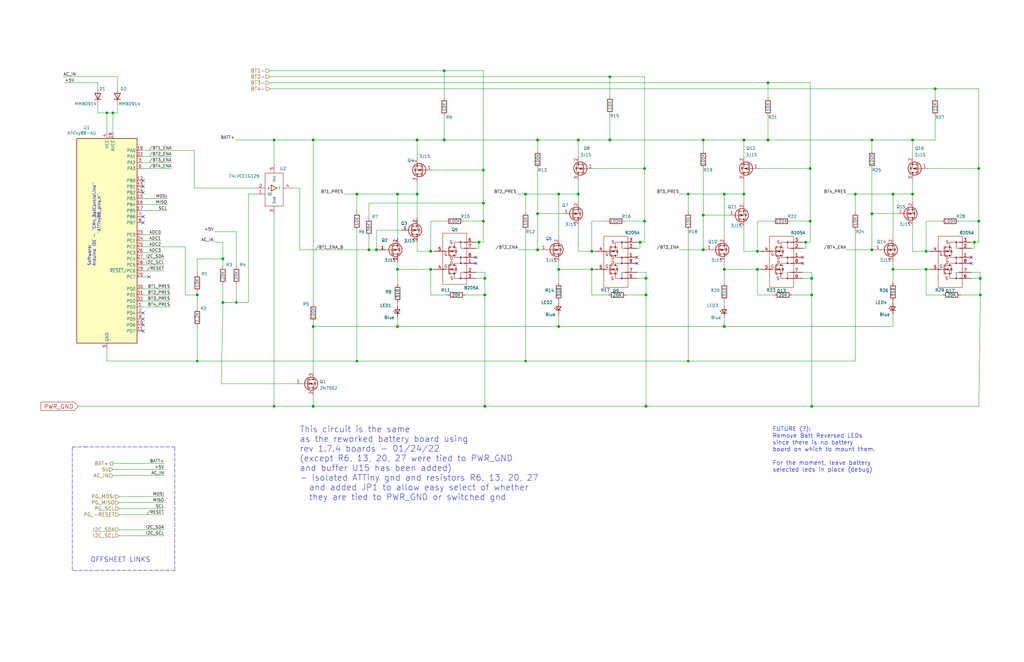
<source format=kicad_sch>
(kicad_sch (version 20211123) (generator eeschema)
  (paper "B")
  (title_block (title "ConnectBox CM4 for China Case") (date "2022-03-18") (rev "1.8.2") (comment 1 "JRA"))
  (junction (at 132.08 171.45) (diameter 1.016))
  (junction (at 93.98 127.635) (diameter 1.016))
  (junction (at 271.78 93.345) (diameter 1.016))
  (junction (at 390.525 106.045) (diameter 1.016))
  (junction (at 272.415 171.45) (diameter 1.016))
  (junction (at 187.325 59.055) (diameter 1.016))
  (junction (at 235.585 81.915) (diameter 1.016))
  (junction (at 313.69 59.055) (diameter 1.016))
  (junction (at 269.875 102.235) (diameter 1.016))
  (junction (at 296.545 105.41) (diameter 1.016))
  (junction (at 221.615 152.4))
  (junction (at 257.175 59.055) (diameter 1.016))
  (junction (at 319.405 106.045) (diameter 1.016))
  (junction (at 412.75 93.345) (diameter 1.016))
  (junction (at 342.265 117.475) (diameter 1.016))
  (junction (at 99.695 127.635))
  (junction (at 323.85 59.055) (diameter 1.016))
  (junction (at 412.75 71.12) (diameter 1.016))
  (junction (at 203.835 93.345) (diameter 1.016))
  (junction (at 93.98 109.22) (diameter 1.016))
  (junction (at 384.81 59.055) (diameter 1.016))
  (junction (at 272.415 124.46) (diameter 1.016))
  (junction (at 175.895 81.915) (diameter 1.016))
  (junction (at 181.61 113.665) (diameter 1.016))
  (junction (at 155.575 105.41) (diameter 1.016))
  (junction (at 342.265 124.46) (diameter 1.016))
  (junction (at 175.895 59.055) (diameter 1.016))
  (junction (at 226.695 90.17) (diameter 1.016))
  (junction (at 342.265 171.45) (diameter 1.016))
  (junction (at 305.435 137.795) (diameter 1.016))
  (junction (at 339.725 102.235) (diameter 1.016))
  (junction (at 45.085 47.625))
  (junction (at 158.75 105.41) (diameter 1.016))
  (junction (at 150.495 152.4))
  (junction (at 47.625 47.625))
  (junction (at 235.585 137.795) (diameter 1.016))
  (junction (at 290.195 152.4))
  (junction (at 367.665 105.41) (diameter 1.016))
  (junction (at 296.545 59.055) (diameter 1.016))
  (junction (at 305.435 81.915) (diameter 1.016))
  (junction (at 319.405 113.665) (diameter 1.016))
  (junction (at 360.68 81.915) (diameter 1.016))
  (junction (at 83.185 124.46) (diameter 1.016))
  (junction (at 204.47 171.45) (diameter 1.016))
  (junction (at 167.64 137.795) (diameter 1.016))
  (junction (at 341.63 93.345) (diameter 1.016))
  (junction (at 367.665 59.055) (diameter 1.016))
  (junction (at 243.84 59.055) (diameter 1.016))
  (junction (at 323.85 34.925) (diameter 1.016))
  (junction (at 203.835 71.755) (diameter 1.016))
  (junction (at 296.545 90.805) (diameter 1.016))
  (junction (at 305.435 113.665) (diameter 1.016))
  (junction (at 226.695 59.055) (diameter 1.016))
  (junction (at 203.835 85.725) (diameter 1.016))
  (junction (at 384.81 81.915) (diameter 1.016))
  (junction (at 167.64 113.665) (diameter 1.016))
  (junction (at 83.185 152.4))
  (junction (at 257.175 32.385) (diameter 1.016))
  (junction (at 271.78 71.12) (diameter 1.016))
  (junction (at 181.61 106.045) (diameter 1.016))
  (junction (at 376.555 81.915) (diameter 1.016))
  (junction (at 115.57 171.45))
  (junction (at 150.495 81.915) (diameter 1.016))
  (junction (at 132.08 137.795) (diameter 1.016))
  (junction (at 390.525 113.665) (diameter 1.016))
  (junction (at 249.555 113.665) (diameter 1.016))
  (junction (at 341.63 71.12) (diameter 1.016))
  (junction (at 132.08 59.055) (diameter 1.016))
  (junction (at 201.93 102.235) (diameter 1.016))
  (junction (at 413.385 124.46) (diameter 1.016))
  (junction (at 187.325 29.845) (diameter 1.016))
  (junction (at 376.555 113.665) (diameter 1.016))
  (junction (at 243.84 81.915) (diameter 1.016))
  (junction (at 235.585 113.665) (diameter 1.016))
  (junction (at 272.415 117.475) (diameter 1.016))
  (junction (at 115.57 59.055))
  (junction (at 367.665 90.17) (diameter 1.016))
  (junction (at 290.195 81.915) (diameter 1.016))
  (junction (at 167.64 81.915) (diameter 1.016))
  (junction (at 226.695 105.41) (diameter 1.016))
  (junction (at 394.335 37.465) (diameter 1.016))
  (junction (at 410.845 102.235) (diameter 1.016))
  (junction (at 204.47 117.475) (diameter 1.016))
  (junction (at 313.69 81.915) (diameter 1.016))
  (junction (at 413.385 117.475) (diameter 1.016))
  (junction (at 221.615 81.915) (diameter 1.016))
  (junction (at 249.555 106.045) (diameter 1.016))
  (junction (at 204.47 124.46) (diameter 1.016))
  (no_connect (at 200.66 111.125))
  (no_connect (at 60.325 139.7))
  (no_connect (at 200.66 108.585))
  (no_connect (at 409.575 111.125))
  (no_connect (at 268.605 111.125))
  (no_connect (at 60.325 137.16))
  (no_connect (at 409.575 108.585))
  (no_connect (at 338.455 108.585))
  (no_connect (at 60.325 78.74))
  (no_connect (at 60.325 91.44))
  (no_connect (at 60.325 76.2))
  (no_connect (at 268.605 108.585))
  (no_connect (at 338.455 111.125))
  (no_connect (at 62.865 116.84))
  (no_connect (at 60.325 81.28))
  (no_connect (at 60.325 134.62))
  (no_connect (at 60.325 93.98))
  (no_connect (at 60.325 132.08))
  (wire (pts (xy 99.695 127.635) (xy 104.775 127.635)))
  (wire (pts (xy 60.325 99.06) (xy 67.945 99.06)))
  (wire (pts (xy 175.895 76.835) (xy 175.895 81.915)))
  (polyline (pts (xy 73.66 240.665) (xy 30.48 240.665)) (stroke (width 0) (type dash)))
  (wire (pts (xy 132.08 137.795) (xy 132.08 156.845)))
  (wire (pts (xy 60.325 101.6) (xy 67.945 101.6)))
  (wire (pts (xy 360.68 97.155) (xy 360.68 152.4)))
  (wire (pts (xy 413.385 114.935) (xy 413.385 117.475)))
  (wire (pts (xy 60.325 127) (xy 71.755 127)))
  (wire (pts (xy 155.575 105.41) (xy 158.75 105.41)))
  (wire (pts (xy 376.555 110.49) (xy 376.555 113.665)))
  (wire (pts (xy 305.435 113.665) (xy 305.435 119.38)))
  (wire (pts (xy 167.64 81.915) (xy 175.895 81.915)))
  (wire (pts (xy 93.345 161.925) (xy 93.98 127.635)))
  (wire (pts (xy 123.19 79.375) (xy 126.365 79.375)))
  (wire (pts (xy 155.575 85.725) (xy 203.835 85.725)))
  (wire (pts (xy 155.575 92.075) (xy 155.575 85.725)))
  (wire (pts (xy 83.185 109.22) (xy 93.98 109.22)))
  (wire (pts (xy 268.605 114.935) (xy 272.415 114.935)))
  (wire (pts (xy 167.64 110.49) (xy 167.64 113.665)))
  (wire (pts (xy 62.865 116.84) (xy 60.325 116.84)))
  (wire (pts (xy 83.185 137.795) (xy 83.185 152.4)))
  (wire (pts (xy 333.375 93.345) (xy 341.63 93.345)))
  (wire (pts (xy 175.895 106.045) (xy 181.61 106.045)))
  (wire (pts (xy 341.63 93.345) (xy 341.63 102.235)))
  (wire (pts (xy 338.455 102.235) (xy 339.725 102.235)))
  (wire (pts (xy 338.455 104.775) (xy 339.725 104.775)))
  (wire (pts (xy 338.455 117.475) (xy 342.265 117.475)))
  (wire (pts (xy 132.08 167.005) (xy 132.08 171.45)))
  (wire (pts (xy 235.585 81.915) (xy 235.585 100.33)))
  (wire (pts (xy 391.16 71.12) (xy 412.75 71.12)))
  (wire (pts (xy 413.385 117.475) (xy 413.385 124.46)))
  (wire (pts (xy 60.325 114.3) (xy 69.215 114.3)))
  (wire (pts (xy 296.545 59.055) (xy 296.545 63.5)))
  (wire (pts (xy 150.495 81.915) (xy 150.495 89.535)))
  (wire (pts (xy 167.64 137.795) (xy 235.585 137.795)))
  (wire (pts (xy 45.085 152.4) (xy 83.185 152.4)))
  (wire (pts (xy 356.87 105.41) (xy 367.665 105.41)))
  (wire (pts (xy 60.325 86.36) (xy 70.485 86.36)))
  (wire (pts (xy 113.665 34.925) (xy 323.85 34.925)))
  (wire (pts (xy 323.85 34.925) (xy 341.63 34.925)))
  (wire (pts (xy 341.63 34.925) (xy 341.63 71.12)))
  (wire (pts (xy 249.555 106.045) (xy 250.825 106.045)))
  (wire (pts (xy 235.585 127) (xy 235.585 127.635)))
  (wire (pts (xy 50.165 212.09) (xy 69.215 212.09)))
  (wire (pts (xy 27.305 34.925) (xy 41.275 34.925)))
  (wire (pts (xy 226.695 71.12) (xy 226.695 90.17)))
  (wire (pts (xy 60.325 106.68) (xy 67.945 106.68)))
  (wire (pts (xy 360.68 81.915) (xy 376.555 81.915)))
  (wire (pts (xy 305.435 81.915) (xy 313.69 81.915)))
  (wire (pts (xy 50.165 223.52) (xy 69.215 223.52)))
  (wire (pts (xy 243.84 106.045) (xy 249.555 106.045)))
  (wire (pts (xy 413.385 124.46) (xy 412.75 171.45)))
  (wire (pts (xy 83.185 109.22) (xy 83.185 115.57)))
  (wire (pts (xy 226.695 90.17) (xy 226.695 105.41)))
  (wire (pts (xy 305.435 81.915) (xy 305.435 100.33)))
  (wire (pts (xy 132.08 59.055) (xy 132.08 128.27)))
  (wire (pts (xy 412.75 37.465) (xy 412.75 71.12)))
  (wire (pts (xy 412.75 71.12) (xy 412.75 93.345)))
  (wire (pts (xy 60.325 63.5) (xy 81.915 63.5)))
  (wire (pts (xy 226.695 105.41) (xy 227.965 105.41)))
  (wire (pts (xy 367.665 59.055) (xy 384.81 59.055)))
  (wire (pts (xy 45.085 47.625) (xy 47.625 47.625)))
  (wire (pts (xy 367.665 71.12) (xy 367.665 90.17)))
  (wire (pts (xy 367.665 90.17) (xy 367.665 105.41)))
  (wire (pts (xy 200.66 114.935) (xy 204.47 114.935)))
  (wire (pts (xy 90.17 97.79) (xy 99.695 97.79)))
  (wire (pts (xy 319.405 93.345) (xy 319.405 106.045)))
  (wire (pts (xy 45.085 147.32) (xy 45.085 152.4)))
  (wire (pts (xy 272.415 124.46) (xy 272.415 171.45)))
  (wire (pts (xy 226.695 90.17) (xy 237.49 90.17)))
  (wire (pts (xy 409.575 117.475) (xy 413.385 117.475)))
  (wire (pts (xy 47.625 47.625) (xy 47.625 55.88)))
  (wire (pts (xy 268.605 102.235) (xy 269.875 102.235)))
  (wire (pts (xy 60.325 111.76) (xy 69.215 111.76)))
  (wire (pts (xy 256.54 124.46) (xy 249.555 124.46)))
  (wire (pts (xy 319.405 113.665) (xy 320.675 113.665)))
  (wire (pts (xy 296.545 105.41) (xy 297.815 105.41)))
  (wire (pts (xy 187.325 48.895) (xy 187.325 59.055)))
  (wire (pts (xy 175.895 81.915) (xy 175.895 92.075)))
  (wire (pts (xy 50.165 209.55) (xy 69.215 209.55)))
  (wire (pts (xy 272.415 117.475) (xy 272.415 124.46)))
  (wire (pts (xy 60.325 104.14) (xy 78.105 104.14)))
  (wire (pts (xy 341.63 71.12) (xy 341.63 93.345)))
  (wire (pts (xy 60.325 129.54) (xy 71.755 129.54)))
  (wire (pts (xy 181.61 124.46) (xy 181.61 113.665)))
  (wire (pts (xy 338.455 114.935) (xy 342.265 114.935)))
  (wire (pts (xy 409.575 102.235) (xy 410.845 102.235)))
  (wire (pts (xy 235.585 110.49) (xy 235.585 113.665)))
  (wire (pts (xy 195.58 93.345) (xy 203.835 93.345)))
  (wire (pts (xy 360.68 81.915) (xy 360.68 89.535)))
  (wire (pts (xy 226.695 59.055) (xy 243.84 59.055)))
  (wire (pts (xy 243.84 59.055) (xy 243.84 66.04)))
  (wire (pts (xy 60.325 66.04) (xy 72.39 66.04)))
  (wire (pts (xy 226.695 59.055) (xy 226.695 63.5)))
  (wire (pts (xy 376.555 113.665) (xy 390.525 113.665)))
  (wire (pts (xy 313.69 76.2) (xy 313.69 81.915)))
  (wire (pts (xy 313.69 81.915) (xy 313.69 85.725)))
  (wire (pts (xy 49.53 36.83) (xy 49.53 32.385)))
  (wire (pts (xy 384.81 76.2) (xy 384.81 81.915)))
  (wire (pts (xy 26.67 32.385) (xy 49.53 32.385)))
  (wire (pts (xy 47.625 200.66) (xy 69.215 200.66)))
  (wire (pts (xy 384.81 59.055) (xy 384.81 66.04)))
  (wire (pts (xy 290.195 81.915) (xy 305.435 81.915)))
  (wire (pts (xy 235.585 137.795) (xy 305.435 137.795)))
  (wire (pts (xy 60.325 88.9) (xy 70.485 88.9)))
  (wire (pts (xy 250.19 71.12) (xy 271.78 71.12)))
  (wire (pts (xy 113.665 37.465) (xy 394.335 37.465)))
  (wire (pts (xy 394.335 37.465) (xy 412.75 37.465)))
  (wire (pts (xy 412.75 102.235) (xy 410.845 102.235)))
  (wire (pts (xy 104.775 81.915) (xy 104.775 127.635)))
  (wire (pts (xy 243.84 59.055) (xy 257.175 59.055)))
  (wire (pts (xy 257.175 59.055) (xy 296.545 59.055)))
  (wire (pts (xy 249.555 124.46) (xy 249.555 113.665)))
  (wire (pts (xy 113.665 32.385) (xy 257.175 32.385)))
  (wire (pts (xy 257.175 32.385) (xy 271.78 32.385)))
  (wire (pts (xy 271.78 71.12) (xy 271.78 32.385)))
  (wire (pts (xy 390.525 93.345) (xy 390.525 106.045)))
  (wire (pts (xy 83.185 152.4) (xy 150.495 152.4)))
  (wire (pts (xy 155.575 99.695) (xy 155.575 105.41)))
  (wire (pts (xy 313.69 59.055) (xy 323.85 59.055)))
  (wire (pts (xy 323.85 59.055) (xy 367.665 59.055)))
  (wire (pts (xy 33.02 171.45) (xy 115.57 171.45)))
  (wire (pts (xy 47.625 198.12) (xy 69.215 198.12)))
  (wire (pts (xy 394.335 48.895) (xy 394.335 59.055)))
  (wire (pts (xy 150.495 81.915) (xy 167.64 81.915)))
  (wire (pts (xy 394.335 59.055) (xy 384.81 59.055)))
  (wire (pts (xy 305.435 127) (xy 305.435 128.905)))
  (wire (pts (xy 78.105 104.14) (xy 78.105 124.46)))
  (wire (pts (xy 167.64 113.665) (xy 181.61 113.665)))
  (wire (pts (xy 290.195 81.915) (xy 290.195 89.535)))
  (wire (pts (xy 255.905 93.345) (xy 249.555 93.345)))
  (wire (pts (xy 187.325 29.845) (xy 187.325 41.275)))
  (wire (pts (xy 313.69 95.885) (xy 313.69 106.045)))
  (wire (pts (xy 167.64 127.635) (xy 167.64 128.905)))
  (wire (pts (xy 356.87 81.915) (xy 360.68 81.915)))
  (wire (pts (xy 412.75 93.345) (xy 412.75 102.235)))
  (wire (pts (xy 60.325 124.46) (xy 71.755 124.46)))
  (wire (pts (xy 200.66 117.475) (xy 204.47 117.475)))
  (wire (pts (xy 175.895 102.235) (xy 175.895 106.045)))
  (wire (pts (xy 269.875 102.235) (xy 269.875 104.775)))
  (wire (pts (xy 60.325 109.22) (xy 69.215 109.22)))
  (wire (pts (xy 263.525 93.345) (xy 271.78 93.345)))
  (wire (pts (xy 376.555 81.915) (xy 384.81 81.915)))
  (wire (pts (xy 326.39 124.46) (xy 319.405 124.46)))
  (wire (pts (xy 319.405 124.46) (xy 319.405 113.665)))
  (wire (pts (xy 188.595 124.46) (xy 181.61 124.46)))
  (wire (pts (xy 144.78 81.915) (xy 150.495 81.915)))
  (wire (pts (xy 93.98 127.635) (xy 99.695 127.635)))
  (wire (pts (xy 390.525 106.045) (xy 391.795 106.045)))
  (wire (pts (xy 394.335 37.465) (xy 394.335 41.275)))
  (wire (pts (xy 99.06 59.055) (xy 115.57 59.055)))
  (wire (pts (xy 132.08 59.055) (xy 175.895 59.055)))
  (wire (pts (xy 409.575 114.935) (xy 413.385 114.935)))
  (wire (pts (xy 158.75 97.155) (xy 158.75 105.41)))
  (wire (pts (xy 271.78 93.345) (xy 271.78 102.235)))
  (polyline (pts (xy 30.48 188.595) (xy 36.195 188.595)) (stroke (width 0) (type dash)))
  (wire (pts (xy 271.78 102.235) (xy 269.875 102.235)))
  (wire (pts (xy 243.84 81.915) (xy 235.585 81.915)))
  (wire (pts (xy 243.84 85.09) (xy 243.84 81.915)))
  (wire (pts (xy 286.385 81.915) (xy 290.195 81.915)))
  (wire (pts (xy 115.57 59.055) (xy 115.57 69.215)))
  (wire (pts (xy 132.08 171.45) (xy 115.57 171.45)))
  (wire (pts (xy 264.16 124.46) (xy 272.415 124.46)))
  (wire (pts (xy 115.57 90.805) (xy 115.57 171.45)))
  (wire (pts (xy 249.555 93.345) (xy 249.555 106.045)))
  (wire (pts (xy 290.195 152.4) (xy 221.615 152.4)))
  (wire (pts (xy 221.615 81.915) (xy 235.585 81.915)))
  (wire (pts (xy 203.835 93.345) (xy 203.835 102.235)))
  (wire (pts (xy 342.265 171.45) (xy 412.75 171.45)))
  (polyline (pts (xy 35.56 188.595) (xy 73.66 188.595)) (stroke (width 0) (type dash)))
  (wire (pts (xy 405.13 124.46) (xy 413.385 124.46)))
  (wire (pts (xy 204.47 171.45) (xy 272.415 171.45)))
  (wire (pts (xy 376.555 81.915) (xy 376.555 100.33)))
  (wire (pts (xy 107.95 81.915) (xy 104.775 81.915)))
  (wire (pts (xy 126.365 105.41) (xy 155.575 105.41)))
  (wire (pts (xy 90.17 102.235) (xy 93.98 102.235)))
  (wire (pts (xy 93.98 102.235) (xy 93.98 109.22)))
  (wire (pts (xy 93.98 109.22) (xy 93.98 112.395)))
  (wire (pts (xy 271.78 71.12) (xy 271.78 93.345)))
  (wire (pts (xy 132.08 171.45) (xy 204.47 171.45)))
  (wire (pts (xy 175.895 59.055) (xy 175.895 66.675)))
  (wire (pts (xy 272.415 171.45) (xy 342.265 171.45)))
  (wire (pts (xy 181.61 93.345) (xy 181.61 106.045)))
  (wire (pts (xy 290.195 97.155) (xy 290.195 152.4)))
  (wire (pts (xy 50.165 217.17) (xy 69.215 217.17)))
  (wire (pts (xy 83.185 124.46) (xy 83.185 130.175)))
  (wire (pts (xy 203.835 71.755) (xy 203.835 85.725)))
  (wire (pts (xy 203.835 85.725) (xy 203.835 93.345)))
  (wire (pts (xy 286.385 105.41) (xy 296.545 105.41)))
  (wire (pts (xy 376.555 127) (xy 376.555 127.635)))
  (wire (pts (xy 50.165 214.63) (xy 69.215 214.63)))
  (wire (pts (xy 47.625 195.58) (xy 69.215 195.58)))
  (wire (pts (xy 132.08 137.795) (xy 167.64 137.795)))
  (wire (pts (xy 167.64 133.985) (xy 167.64 137.795)))
  (wire (pts (xy 313.69 59.055) (xy 313.69 66.04)))
  (wire (pts (xy 60.325 68.58) (xy 72.39 68.58)))
  (wire (pts (xy 257.175 32.385) (xy 257.175 40.64)))
  (wire (pts (xy 204.47 114.935) (xy 204.47 117.475)))
  (wire (pts (xy 60.325 83.82) (xy 70.485 83.82)))
  (wire (pts (xy 167.64 113.665) (xy 167.64 120.015)))
  (wire (pts (xy 158.75 105.41) (xy 160.02 105.41)))
  (wire (pts (xy 221.615 152.4) (xy 150.495 152.4)))
  (wire (pts (xy 339.725 102.235) (xy 339.725 104.775)))
  (wire (pts (xy 323.85 34.925) (xy 323.85 41.275)))
  (wire (pts (xy 376.555 132.715) (xy 376.555 137.795)))
  (wire (pts (xy 221.615 81.915) (xy 221.615 89.535)))
  (wire (pts (xy 360.68 152.4) (xy 290.195 152.4)))
  (wire (pts (xy 50.165 226.06) (xy 69.215 226.06)))
  (wire (pts (xy 60.325 121.92) (xy 71.755 121.92)))
  (wire (pts (xy 47.625 47.625) (xy 49.53 47.625)))
  (wire (pts (xy 384.81 95.25) (xy 384.81 106.045)))
  (wire (pts (xy 342.265 124.46) (xy 342.265 171.45)))
  (wire (pts (xy 181.61 106.045) (xy 182.88 106.045)))
  (wire (pts (xy 384.81 81.915) (xy 384.81 85.09)))
  (wire (pts (xy 404.495 93.345) (xy 412.75 93.345)))
  (wire (pts (xy 45.085 47.625) (xy 45.085 55.88)))
  (wire (pts (xy 396.875 93.345) (xy 390.525 93.345)))
  (wire (pts (xy 268.605 104.775) (xy 269.875 104.775)))
  (wire (pts (xy 99.695 97.79) (xy 99.695 112.395)))
  (wire (pts (xy 115.57 59.055) (xy 132.08 59.055)))
  (wire (pts (xy 409.575 104.775) (xy 410.845 104.775)))
  (wire (pts (xy 150.495 152.4) (xy 150.495 97.155)))
  (wire (pts (xy 60.325 71.12) (xy 72.39 71.12)))
  (wire (pts (xy 268.605 117.475) (xy 272.415 117.475)))
  (wire (pts (xy 93.98 120.015) (xy 93.98 127.635)))
  (wire (pts (xy 99.695 127.635) (xy 99.695 120.015)))
  (wire (pts (xy 175.895 59.055) (xy 187.325 59.055)))
  (wire (pts (xy 187.325 59.055) (xy 226.695 59.055)))
  (wire (pts (xy 296.545 90.805) (xy 307.34 90.805)))
  (wire (pts (xy 342.265 117.475) (xy 342.265 124.46)))
  (wire (pts (xy 342.265 114.935) (xy 342.265 117.475)))
  (wire (pts (xy 49.53 44.45) (xy 49.53 47.625)))
  (wire (pts (xy 113.665 29.845) (xy 187.325 29.845)))
  (wire (pts (xy 187.325 29.845) (xy 203.835 29.845)))
  (wire (pts (xy 203.835 29.845) (xy 203.835 71.755)))
  (wire (pts (xy 204.47 124.46) (xy 204.47 171.45)))
  (wire (pts (xy 41.275 36.83) (xy 41.275 34.925)))
  (wire (pts (xy 187.96 93.345) (xy 181.61 93.345)))
  (wire (pts (xy 181.61 113.665) (xy 182.88 113.665)))
  (wire (pts (xy 217.805 81.915) (xy 221.615 81.915)))
  (wire (pts (xy 126.365 79.375) (xy 126.365 105.41)))
  (wire (pts (xy 305.435 110.49) (xy 305.435 113.665)))
  (wire (pts (xy 319.405 106.045) (xy 320.675 106.045)))
  (wire (pts (xy 341.63 102.235) (xy 339.725 102.235)))
  (wire (pts (xy 243.84 95.25) (xy 243.84 106.045)))
  (wire (pts (xy 397.51 124.46) (xy 390.525 124.46)))
  (wire (pts (xy 390.525 124.46) (xy 390.525 113.665)))
  (wire (pts (xy 367.665 105.41) (xy 368.935 105.41)))
  (wire (pts (xy 235.585 113.665) (xy 249.555 113.665)))
  (wire (pts (xy 218.44 105.41) (xy 226.695 105.41)))
  (wire (pts (xy 81.915 79.375) (xy 107.95 79.375)))
  (wire (pts (xy 410.845 102.235) (xy 410.845 104.775)))
  (wire (pts (xy 320.04 71.12) (xy 341.63 71.12)))
  (wire (pts (xy 249.555 113.665) (xy 250.825 113.665)))
  (wire (pts (xy 235.585 113.665) (xy 235.585 119.38)))
  (wire (pts (xy 296.545 59.055) (xy 313.69 59.055)))
  (wire (pts (xy 305.435 133.985) (xy 305.435 137.795)))
  (wire (pts (xy 41.275 47.625) (xy 45.085 47.625)))
  (wire (pts (xy 313.69 106.045) (xy 319.405 106.045)))
  (wire (pts (xy 93.345 161.925) (xy 124.46 161.925)))
  (wire (pts (xy 200.66 102.235) (xy 201.93 102.235)))
  (wire (pts (xy 376.555 113.665) (xy 376.555 119.38)))
  (wire (pts (xy 182.245 71.755) (xy 203.835 71.755)))
  (wire (pts (xy 196.215 124.46) (xy 204.47 124.46)))
  (wire (pts (xy 325.755 93.345) (xy 319.405 93.345)))
  (wire (pts (xy 305.435 137.795) (xy 376.555 137.795)))
  (wire (pts (xy 367.665 59.055) (xy 367.665 63.5)))
  (wire (pts (xy 257.175 48.26) (xy 257.175 59.055)))
  (wire (pts (xy 167.64 81.915) (xy 167.64 100.33)))
  (wire (pts (xy 201.93 102.235) (xy 201.93 104.775)))
  (wire (pts (xy 204.47 117.475) (xy 204.47 124.46)))
  (wire (pts (xy 41.275 44.45) (xy 41.275 47.625)))
  (wire (pts (xy 323.85 48.895) (xy 323.85 59.055)))
  (wire (pts (xy 81.915 63.5) (xy 81.915 79.375)))
  (wire (pts (xy 200.66 104.775) (xy 201.93 104.775)))
  (wire (pts (xy 296.545 71.12) (xy 296.545 90.805)))
  (wire (pts (xy 296.545 90.805) (xy 296.545 105.41)))
  (wire (pts (xy 83.185 124.46) (xy 78.105 124.46)))
  (wire (pts (xy 272.415 114.935) (xy 272.415 117.475)))
  (polyline (pts (xy 73.66 188.595) (xy 73.66 240.665)) (stroke (width 0) (type dash)))
  (wire (pts (xy 203.835 102.235) (xy 201.93 102.235)))
  (wire (pts (xy 158.75 97.155) (xy 169.545 97.155)))
  (wire (pts (xy 221.615 97.155) (xy 221.615 152.4)))
  (polyline (pts (xy 30.48 240.665) (xy 30.48 188.595)) (stroke (width 0) (type dash)))
  (wire (pts (xy 305.435 113.665) (xy 319.405 113.665)))
  (wire (pts (xy 235.585 132.715) (xy 235.585 137.795)))
  (wire (pts (xy 384.81 106.045) (xy 390.525 106.045)))
  (wire (pts (xy 83.185 123.19) (xy 83.185 124.46)))
  (wire (pts (xy 367.665 90.17) (xy 378.46 90.17)))
  (wire (pts (xy 390.525 113.665) (xy 391.795 113.665)))
  (wire (pts (xy 334.01 124.46) (xy 342.265 124.46)))
  (wire (pts (xy 132.08 135.89) (xy 132.08 137.795)))
  (wire (pts (xy 243.84 76.2) (xy 243.84 81.915)))
  (text "This circuit is the same\nas the reworked battery board using\nrev 1.7.4 boards - 01/24/22\n(except R6, 13, 20, 27 were tied to PWR_GND\nand buffer U15 has been added)\n- Isolated ATTiny gnd and resistors R6, 13, 20, 27\n  and added JP1 to allow easy select of whether\n  they are tied to PWR_GND or switched gnd" (at 126.365 211.455 0) (effects (font (size 2.54 2.54)) (justify left bottom)))
  (text "FUTURE (?):\nRemove Batt Reversed LEDs\nsince there is no battery\nboard on which to mount them.\n\nFor the moment, leave battery\nselected leds in place (debug)" (at 325.755 199.39 0) (effects (font (size 1.778 1.778)) (justify left bottom)))
  (text "Software:\nArduino IDE - \"CM4_BatControl.ino\"\n              \"ATTiny88_pins.h\"" (at 42.545 112.395 90) (effects (font (size 1.27 1.27)) (justify left bottom)))
  (text "OFFSHEET LINKS" (at 38.1 237.49 0) (effects (font (size 2.032 2.032)) (justify left bottom)))
  (label "BT1_PRES" (at 144.78 81.915 180))
  (label "{slash}BT4_ENA" (at 72.39 71.12 180))
  (label "ADC3" (at 67.945 106.68 180))
  (label "{slash}RESET" (at 69.215 114.3 180))
  (label "ADC1" (at 67.945 101.6 180))
  (label "BT3_PRES" (at 286.385 81.915 180))
  (label "BATT+" (at 99.06 59.055 180))
  (label "{slash}BT1_ENA" (at 72.39 63.5 180))
  (label "SCL" (at 69.215 214.63 180))
  (label "MISO" (at 70.485 86.36 180))
  (label "ADC0" (at 67.945 99.06 180))
  (label "{slash}BT4_ENA" (at 356.87 105.41 180))
  (label "{slash}BT1_ENA_B" (at 144.78 105.41 180))
  (label "{slash}BT2_ENA" (at 218.44 105.41 180))
  (label "I2C_SCL" (at 69.215 111.76 180))
  (label "{slash}BT3_ENA" (at 72.39 68.58 180))
  (label "AC_IN" (at 90.17 102.235 180))
  (label "SCL" (at 70.485 88.9 180))
  (label "BT1_PRES" (at 71.755 121.92 180))
  (label "{slash}BT3_ENA" (at 286.385 105.41 180))
  (label "AC_IN" (at 26.67 32.385 0))
  (label "BATT+" (at 69.215 195.58 180))
  (label "{slash}BT2_ENA" (at 72.39 66.04 180))
  (label "+5V" (at 69.215 198.12 180))
  (label "AC_IN" (at 69.215 200.66 180))
  (label "MOSI" (at 69.215 209.55 180))
  (label "MOSI" (at 70.485 83.82 180))
  (label "BT4_PRES" (at 356.87 81.915 180))
  (label "I2C_SCL" (at 69.215 226.06 180))
  (label "ADC2" (at 67.945 104.14 180))
  (label "MISO" (at 69.215 212.09 180))
  (label "{slash}RESET" (at 69.215 217.17 180))
  (label "BT3_PRES" (at 71.755 127 180))
  (label "BT4_PRES" (at 71.755 129.54 180))
  (label "BT2_PRES" (at 71.755 124.46 180))
  (label "I2C_SDA" (at 69.215 223.52 180))
  (label "I2C_SDA" (at 69.215 109.22 180))
  (label "BT2_PRES" (at 217.805 81.915 180))
  (label "+5V" (at 90.17 97.79 180))
  (label "+5V" (at 27.305 34.925 0))
  (global_label "PWR_GND" (shape input) (at 33.02 171.45 180) (effects (font (size 1.778 1.778))) (property "Intersheet References" "${INTERSHEET_REFS}" (effects hide)))
  (hierarchical_label "BT1-" (shape input) (at 113.665 29.845 180) (effects (font (size 1.524 1.524))))
  (hierarchical_label "PG_MISO" (shape input) (at 50.165 212.09 180) (effects (font (size 1.524 1.524))))
  (hierarchical_label "PG_MOSI" (shape input) (at 50.165 209.55 180) (effects (font (size 1.524 1.524))))
  (hierarchical_label "PG_SCL" (shape input) (at 50.165 214.63 180) (effects (font (size 1.524 1.524))))
  (hierarchical_label "AC_IN" (shape input) (at 47.625 200.66 180) (effects (font (size 1.524 1.524))))
  (hierarchical_label "BAT+" (shape output) (at 47.625 195.58 180) (effects (font (size 1.524 1.524))))
  (hierarchical_label "BT3-" (shape input) (at 113.665 34.925 180) (effects (font (size 1.524 1.524))))
  (hierarchical_label "PG_-RESET" (shape input) (at 50.165 217.17 180) (effects (font (size 1.524 1.524))))
  (hierarchical_label "BT4-" (shape input) (at 113.665 37.465 180) (effects (font (size 1.524 1.524))))
  (hierarchical_label "5V" (shape input) (at 47.625 198.12 180) (effects (font (size 1.524 1.524))))
  (hierarchical_label "I2C_SDA" (shape input) (at 50.165 223.52 180) (effects (font (size 1.524 1.524))))
  (hierarchical_label "I2C_SCL" (shape input) (at 50.165 226.06 180) (effects (font (size 1.524 1.524))))
  (hierarchical_label "BT2-" (shape input) (at 113.665 32.385 180) (effects (font (size 1.524 1.524))))
  (symbol (lib_name "8205AV_1") (lib_id "Custom_1:8205AV") (at 403.225 108.585 180) (unit 1)
    (property "Reference" "Q17" (at 400.685 122.7624 0))
    (property "Value" "8205A" (at 407.67 98.2387 0))
    (property "Footprint" "Package_SO:TSSOP-8_4.4x3mm_P0.65mm" (effects hide))
    (property "Datasheet" "https://html.alldatasheet.com/html-pdf/1152898/KIA/8205A/60/1/8205A.html" (effects hide))
    (property "DigiKey P/N" "[none - from AliExpress|" (effects hide))
  )
  (symbol (lib_id "CustomComponents:Q_PMOS_GSD") (at 316.23 71.12 180) (unit 1)
    (property "Reference" "Q12" (at 318.643 62.5915 0) (effects (justify left)))
    (property "Value" "3J15" (at 319.278 65.3666 0) (effects (justify left)))
    (property "Footprint" "Package_TO_SOT_SMD:SOT-323_SC-70" (effects hide))
    (property "Manufacturer P/N" "SSM3J15FU,LF" (effects hide))
    (property "DigiKey P/N" "SSM3J15FULFCT-ND" (effects hide))
    (property "Manufacturer" "Toshiba" (effects hide))
    (property "Description" "P-Channel 30 V 100mA (Ta) 150mW (Ta) Surface Mount USM" (effects hide))
  )
  (symbol (lib_name "8205AV_1") (lib_id "Custom_1:8205AV") (at 332.105 108.585 180) (unit 1)
    (property "Reference" "Q13" (at 329.565 122.7624 0))
    (property "Value" "8205A" (at 336.55 98.2387 0))
    (property "Footprint" "Package_SO:TSSOP-8_4.4x3mm_P0.65mm" (effects hide))
    (property "Datasheet" "https://html.alldatasheet.com/html-pdf/1152898/KIA/8205A/60/1/8205A.html" (effects hide))
    (property "DigiKey P/N" "[none - from AliExpress|" (effects hide))
  )
  (symbol (lib_id "Device:LED_Small") (at 235.585 130.175 90) (unit 1)
    (property "Reference" "LED2" (at 233.045 127.635 90) (effects (justify left)))
    (property "Value" "Blue" (at 234.315 132.715 90) (effects (justify left)))
    (property "Footprint" "LED_SMD:LED_0603_1608Metric" (effects hide))
    (property "Manufacturer" "Liteon" (effects hide))
    (property "Manufacturer P/N" "LTST-S270TBKT" (effects hide))
    (property "Description" "LED BLUE CLEAR 0603 SMD - RA" (effects hide))
    (property "DigiKey P/N" "160-1650-1-ND" (effects hide))
    (property "Type" "SMD" (effects hide))
  )
  (symbol (lib_name "8205AV_1") (lib_id "Custom_1:8205AV") (at 194.31 111.125 0) (mirror y) (unit 1)
    (property "Reference" "Q5" (at 191.77 96.9476 0))
    (property "Value" "8205A" (at 198.755 121.4713 0))
    (property "Footprint" "Package_SO:TSSOP-8_4.4x3mm_P0.65mm" (effects hide))
    (property "Datasheet" "https://html.alldatasheet.com/html-pdf/1152898/KIA/8205A/60/1/8205A.html" (effects hide))
    (property "DigiKey P/N" "[none - from AliExpress|" (effects hide))
  )
  (symbol (lib_id "Device:R") (at 226.695 67.31 0) (unit 1)
    (property "Reference" "R13" (at 228.727 71.755 0))
    (property "Value" "100K" (at 226.695 67.31 90))
    (property "Footprint" "Resistor_SMD:R_0603_1608Metric" (effects hide))
    (property "Manufacturer" "Yageo" (effects hide))
    (property "Manufacturer P/N" "RC0603FR-07100KL" (effects hide))
    (property "Description" "RES SMD 100K OHM 1% 1/8W 0603" (effects hide))
    (property "DigiKey P/N" "311-100KHRCT-ND" (effects hide))
    (property "Type" "SMD" (effects hide))
  )
  (symbol (lib_id "Device:R") (at 394.335 45.085 0) (unit 1)
    (property "Reference" "R27" (at 396.367 49.53 0))
    (property "Value" "10K" (at 394.335 45.085 90))
    (property "Footprint" "Resistor_SMD:R_0603_1608Metric" (effects hide))
    (property "Manufacturer" "Yageo" (effects hide))
    (property "Manufacturer P/N" "RC0603FR-0710KL" (effects hide))
    (property "Description" "RES SMD 10K OHM 1% 1/8W 0603" (effects hide))
    (property "DigiKey P/N" "311-10KHRCT-ND" (effects hide))
    (property "Type" "SMD" (effects hide))
  )
  (symbol (lib_id "CustomComponents:Q_PMOS_GSD") (at 311.15 90.805 0) (mirror x) (unit 1)
    (property "Reference" "Q11" (at 306.832 87.2685 0) (effects (justify left)))
    (property "Value" "3J15" (at 308.102 95.2884 0) (effects (justify left)))
    (property "Footprint" "Package_TO_SOT_SMD:SOT-323_SC-70" (effects hide))
    (property "Manufacturer P/N" "SSM3J15FU,LF" (effects hide))
    (property "DigiKey P/N" "SSM3J15FULFCT-ND" (effects hide))
    (property "Manufacturer" "Toshiba" (effects hide))
    (property "Description" "P-Channel 30 V 100mA (Ta) 150mW (Ta) Surface Mount USM" (effects hide))
  )
  (symbol (lib_id "Device:R") (at 305.435 123.19 0) (unit 1)
    (property "Reference" "R20" (at 301.625 122.555 0))
    (property "Value" "510" (at 305.435 123.19 90))
    (property "Footprint" "Resistor_SMD:R_0603_1608Metric" (effects hide))
    (property "Manufacturer" "Yageo" (effects hide))
    (property "Manufacturer P/N" "RC0603FR-07510RL" (effects hide))
    (property "Description" "RES SMD 510 OHM 1% 1/8W 0603" (effects hide))
    (property "DigiKey P/N" "311-510HRCT-ND" (effects hide))
    (property "Type" "SMD" (effects hide))
  )
  (symbol (lib_id "CustomComponents:Q_PMOS_GSD") (at 241.3 90.17 0) (mirror x) (unit 1)
    (property "Reference" "Q7" (at 236.982 86.6335 0) (effects (justify left)))
    (property "Value" "3J15" (at 238.252 94.6534 0) (effects (justify left)))
    (property "Footprint" "Package_TO_SOT_SMD:SOT-323_SC-70" (effects hide))
    (property "Manufacturer P/N" "SSM3J15FU,LF" (effects hide))
    (property "DigiKey P/N" "SSM3J15FULFCT-ND" (effects hide))
    (property "Manufacturer" "Toshiba" (effects hide))
    (property "Description" "P-Channel 30 V 100mA (Ta) 150mW (Ta) Surface Mount USM" (effects hide))
  )
  (symbol (lib_id "Device:R") (at 167.64 123.825 0) (unit 1)
    (property "Reference" "R8" (at 163.83 123.19 0))
    (property "Value" "510" (at 167.64 123.825 90))
    (property "Footprint" "Resistor_SMD:R_0603_1608Metric" (effects hide))
    (property "Manufacturer" "Yageo" (effects hide))
    (property "Manufacturer P/N" "RC0603FR-07510RL" (effects hide))
    (property "Description" "RES SMD 1K OHM 1% 1/8W 0603" (effects hide))
    (property "DigiKey P/N" "311-510HRCT-ND" (effects hide))
    (property "Type" "SMD" (effects hide))
  )
  (symbol (lib_id "Device:R") (at 260.35 124.46 90) (unit 1)
    (property "Reference" "R17" (at 255.27 122.428 90))
    (property "Value" "20K" (at 260.35 124.46 90))
    (property "Footprint" "Resistor_SMD:R_0603_1608Metric" (effects hide))
    (property "Manufacturer" "Yageo" (effects hide))
    (property "Manufacturer P/N" "RC0603FR-0720KL" (effects hide))
    (property "Description" "RES SMD 20K OHM 1% 1/8W 0603" (effects hide))
    (property "DigiKey P/N" "311-20.0KHRCT-ND" (effects hide))
    (property "Type" "SMD" (effects hide))
  )
  (symbol (lib_id "Custom_1:74LVCE1G126") (at 115.57 79.375 0) (unit 1)
    (property "Reference" "U2" (at 119.38 71.12 0))
    (property "Value" "74LVCE1G126" (at 102.87 74.295 0))
    (property "Footprint" "Package_TO_SOT_SMD:SOT-23-5" (effects hide))
    (property "Datasheet" "https://www.diodes.com/assets/Datasheets/74LVCE1G126.pdf" (effects hide))
    (property "Manufacturer" "Diodes Inc" (effects hide))
    (property "Manufacturer P/N" "74LVCE1G126W5-7" (effects hide))
    (property "DigiKey P/N" "74LVCE1G126W5-7DICT-ND" (effects hide))
    (property "Description" "IC BUFFER NON-INVERT 5.5V SOT25" (effects hide))
    (property "Type" "SMD" (effects hide))
  )
  (symbol (lib_id "CustomComponents:Q_PMOS_GSD") (at 382.27 90.17 0) (mirror x) (unit 1)
    (property "Reference" "Q15" (at 377.952 87.2685 0) (effects (justify left)))
    (property "Value" "3J15" (at 379.222 94.6534 0) (effects (justify left)))
    (property "Footprint" "Package_TO_SOT_SMD:SOT-323_SC-70" (effects hide))
    (property "Manufacturer P/N" "SSM3J15FU,LF" (effects hide))
    (property "DigiKey P/N" "SSM3J15FULFCT-ND" (effects hide))
    (property "Manufacturer" "Toshiba" (effects hide))
    (property "Description" "P-Channel 30 V 100mA (Ta) 150mW (Ta) Surface Mount USM" (effects hide))
  )
  (symbol (lib_id "Device:R") (at 187.325 45.085 0) (unit 1)
    (property "Reference" "R9" (at 189.357 49.53 0))
    (property "Value" "10K" (at 187.325 45.085 90))
    (property "Footprint" "Resistor_SMD:R_0603_1608Metric" (effects hide))
    (property "Manufacturer" "Yageo" (effects hide))
    (property "Manufacturer P/N" "RC0603FR-0710KL" (effects hide))
    (property "Description" "RES SMD 10K OHM 1% 1/8W 0603" (effects hide))
    (property "DigiKey P/N" "311-10KHRCT-ND" (effects hide))
    (property "Type" "SMD" (effects hide))
  )
  (symbol (lib_id "CustomComponents:Q_PMOS_GSD") (at 246.38 71.12 180) (unit 1)
    (property "Reference" "Q8" (at 248.793 62.5915 0) (effects (justify left)))
    (property "Value" "3J15" (at 249.428 65.3666 0) (effects (justify left)))
    (property "Footprint" "Package_TO_SOT_SMD:SOT-323_SC-70" (effects hide))
    (property "Manufacturer P/N" "SSM3J15FU,LF" (effects hide))
    (property "DigiKey P/N" "SSM3J15FULFCT-ND" (effects hide))
    (property "Manufacturer" "Toshiba" (effects hide))
    (property "Description" "P-Channel 30 V 100mA (Ta) 150mW (Ta) Surface Mount USM" (effects hide))
  )
  (symbol (lib_id "Device:R") (at 323.85 45.085 0) (unit 1)
    (property "Reference" "R21" (at 325.882 49.53 0))
    (property "Value" "10K" (at 323.85 45.085 90))
    (property "Footprint" "Resistor_SMD:R_0603_1608Metric" (effects hide))
    (property "Manufacturer" "Yageo" (effects hide))
    (property "Manufacturer P/N" "RC0603FR-0710KL" (effects hide))
    (property "Description" "RES SMD 10K OHM 1% 1/8W 0603" (effects hide))
    (property "DigiKey P/N" "311-10KHRCT-ND" (effects hide))
    (property "Type" "SMD" (effects hide))
  )
  (symbol (lib_id "Device:R") (at 83.185 133.985 0) (unit 1)
    (property "Reference" "R2" (at 85.852 130.175 0))
    (property "Value" "2.2K" (at 83.185 133.985 90))
    (property "Footprint" "Resistor_SMD:R_0603_1608Metric" (effects hide))
    (property "Manufacturer" "Yageo" (effects hide))
    (property "Manufacturer P/N" "RC0603FR-072K2L" (effects hide))
    (property "Description" "RES SMD 2.2K OHM 1% 1/8W 0603" (effects hide))
    (property "DigiKey P/N" "311-2.20KHRCT-ND" (effects hide))
    (property "Type" "SMD" (effects hide))
  )
  (symbol (lib_id "Device:R") (at 400.685 93.345 90) (unit 1)
    (property "Reference" "R28" (at 405.13 91.313 90))
    (property "Value" "100K" (at 400.685 93.345 90))
    (property "Footprint" "Resistor_SMD:R_0603_1608Metric" (effects hide))
    (property "Manufacturer" "Yageo" (effects hide))
    (property "Manufacturer P/N" "RC0603FR-07100KL" (effects hide))
    (property "Description" "RES SMD 100K OHM 1% 1/8W 0603" (effects hide))
    (property "DigiKey P/N" "311-100KHRCT-ND" (effects hide))
    (property "Type" "SMD" (effects hide))
  )
  (symbol (lib_id "Device:Q_NMOS_GSD") (at 129.54 161.925 0) (unit 1)
    (property "Reference" "Q1" (at 134.747 161.0165 0) (effects (justify left)))
    (property "Value" "2N7002" (at 134.747 163.7916 0) (effects (justify left)))
    (property "Footprint" "Package_TO_SOT_SMD:SOT-23" (effects hide))
    (property "Manufacturer" "Toshiba" (effects hide))
    (property "Manufacturer P/N" "T2N7002BK,LM" (effects hide))
    (property "Description" "N-Channel 400mA (Ta) 320mW (Ta) Surface Mount SOT-23-3" (effects hide))
    (property "DigiKey P/N" "T2N7002BKLMCT-ND (alt: T2N7002AKLMCT-ND)" (effects hide))
  )
  (symbol (lib_id "Device:R") (at 99.695 116.205 0) (unit 1)
    (property "Reference" "R4" (at 102.362 111.76 0))
    (property "Value" "20K" (at 99.695 116.205 90))
    (property "Footprint" "Resistor_SMD:R_0603_1608Metric" (effects hide))
    (property "Manufacturer" "Yageo" (effects hide))
    (property "Manufacturer P/N" "RC0603FR-0720KL" (effects hide))
    (property "Description" "RES SMD 20K OHM 1% 1/8W 0603" (effects hide))
    (property "DigiKey P/N" "311-20.0KHRCT-ND" (effects hide))
    (property "Type" "SMD" (effects hide))
  )
  (symbol (lib_id "MCU_Microchip_ATtiny:ATtiny88-AU") (at 45.085 101.6 0) (unit 1)
    (property "Reference" "U1" (at 37.9729 53.8491 0) (effects (justify right)))
    (property "Value" "ATtiny88-AU" (at 40.5129 56.1478 0) (effects (justify right)))
    (property "Footprint" "Package_QFP:TQFP-32_7x7mm_P0.8mm" (effects hide))
    (property "Datasheet" "http://ww1.microchip.com/downloads/en/DeviceDoc/doc8008.pdf" (effects hide))
    (property "Manufacturer" "Microchip Technology" (effects hide))
    (property "Manufacturer P/N" "ATTINY88-AU" (effects hide))
    (property "Description" "AVR series Microcontroller IC 8-Bit 12MHz 8KB (" (effects hide))
    (property "DigiKey P/N" "ATTINY88-AU-ND" (effects hide))
    (property "Type" "SMD" (effects hide))
  )
  (symbol (lib_id "CustomComponents:Q_PMOS_GSD") (at 387.35 71.12 180) (unit 1)
    (property "Reference" "Q16" (at 389.763 62.5915 0) (effects (justify left)))
    (property "Value" "3J15" (at 390.398 65.3666 0) (effects (justify left)))
    (property "Footprint" "Package_TO_SOT_SMD:SOT-323_SC-70" (effects hide))
    (property "Manufacturer P/N" "SSM3J15FU,LF" (effects hide))
    (property "DigiKey P/N" "SSM3J15FULFCT-ND" (effects hide))
    (property "Manufacturer" "Toshiba" (effects hide))
    (property "Description" "P-Channel 30 V 100mA (Ta) 150mW (Ta) Surface Mount USM" (effects hide))
  )
  (symbol (lib_id "Device:R") (at 296.545 67.31 0) (unit 1)
    (property "Reference" "R19" (at 298.577 71.755 0))
    (property "Value" "100K" (at 296.545 67.31 90))
    (property "Footprint" "Resistor_SMD:R_0603_1608Metric" (effects hide))
    (property "Manufacturer" "Yageo" (effects hide))
    (property "Manufacturer P/N" "RC0603FR-07100KL" (effects hide))
    (property "Description" "RES SMD 100K OHM 1% 1/8W 0603" (effects hide))
    (property "DigiKey P/N" "311-100KHRCT-ND" (effects hide))
    (property "Type" "SMD" (effects hide))
  )
  (symbol (lib_id "Device:LED_Small") (at 167.64 131.445 90) (unit 1)
    (property "Reference" "LED1" (at 165.1 128.905 90) (effects (justify left)))
    (property "Value" "Blue" (at 166.37 133.985 90) (effects (justify left)))
    (property "Footprint" "LED_SMD:LED_0603_1608Metric" (effects hide))
    (property "Manufacturer" "Liteon" (effects hide))
    (property "Manufacturer P/N" "LTST-S270TBKT" (effects hide))
    (property "Description" "LED BLUE CLEAR 0603 SMD - RA" (effects hide))
    (property "DigiKey P/N" "160-1650-1-ND" (effects hide))
    (property "Type" "SMD" (effects hide))
  )
  (symbol (lib_id "Device:R") (at 191.77 93.345 90) (unit 1)
    (property "Reference" "R10" (at 196.215 91.313 90))
    (property "Value" "100K" (at 191.77 93.345 90))
    (property "Footprint" "Resistor_SMD:R_0603_1608Metric" (effects hide))
    (property "Manufacturer" "Yageo" (effects hide))
    (property "Manufacturer P/N" "RC0603FR-07100KL" (effects hide))
    (property "Description" "RES SMD 100K OHM 1% 1/8W 0603" (effects hide))
    (property "DigiKey P/N" "311-100KHRCT-ND" (effects hide))
    (property "Type" "SMD" (effects hide))
  )
  (symbol (lib_id "Device:LED_Small") (at 305.435 131.445 90) (unit 1)
    (property "Reference" "LED3" (at 302.895 128.905 90) (effects (justify left)))
    (property "Value" "Blue" (at 304.165 133.985 90) (effects (justify left)))
    (property "Footprint" "LED_SMD:LED_0603_1608Metric" (effects hide))
    (property "Manufacturer" "Liteon" (effects hide))
    (property "Manufacturer P/N" "LTST-S270TBKT" (effects hide))
    (property "Description" "LED BLUE CLEAR 0603 SMD - RA" (effects hide))
    (property "DigiKey P/N" "160-1650-1-ND" (effects hide))
    (property "Type" "SMD" (effects hide))
  )
  (symbol (lib_id "Device:R") (at 290.195 93.345 0) (unit 1)
    (property "Reference" "R18" (at 292.227 97.79 0))
    (property "Value" "10K" (at 290.195 93.345 90))
    (property "Footprint" "Resistor_SMD:R_0603_1608Metric" (effects hide))
    (property "Manufacturer" "Yageo" (effects hide))
    (property "Manufacturer P/N" "RC0603FR-0710KL" (effects hide))
    (property "Description" "RES SMD 10K OHM 1% 1/8W 0603" (effects hide))
    (property "DigiKey P/N" "311-10KHRCT-ND" (effects hide))
    (property "Type" "SMD" (effects hide))
  )
  (symbol (lib_id "Device:R") (at 192.405 124.46 90) (unit 1)
    (property "Reference" "R11" (at 187.96 122.428 90))
    (property "Value" "20K" (at 192.405 124.46 90))
    (property "Footprint" "Resistor_SMD:R_0603_1608Metric" (effects hide))
    (property "Manufacturer" "Yageo" (effects hide))
    (property "Manufacturer P/N" "RC0603FR-0720KL" (effects hide))
    (property "Description" "RES SMD 20K OHM 1% 1/8W 0603" (effects hide))
    (property "DigiKey P/N" "311-20.0KHRCT-ND" (effects hide))
    (property "Type" "SMD" (effects hide))
  )
  (symbol (lib_id "Device:R") (at 83.185 119.38 180) (unit 1)
    (property "Reference" "R1" (at 86.233 115.57 0))
    (property "Value" "10K" (at 83.185 119.38 90))
    (property "Footprint" "Resistor_SMD:R_0603_1608Metric" (effects hide))
    (property "Manufacturer" "Yageo" (effects hide))
    (property "Manufacturer P/N" "RC0603FR-0710KL" (effects hide))
    (property "Description" "RES SMD 10K OHM 1% 1/8W 0603" (effects hide))
    (property "DigiKey P/N" "311-10.0KHRCT-ND" (effects hide))
    (property "Type" "SMD" (effects hide))
  )
  (symbol (lib_id "Device:R") (at 155.575 95.885 0) (unit 1)
    (property "Reference" "R7" (at 158.242 91.44 0))
    (property "Value" "36K" (at 155.575 95.885 90))
    (property "Footprint" "Resistor_SMD:R_0603_1608Metric" (effects hide))
    (property "Manufacturer" "Yageo" (effects hide))
    (property "Manufacturer P/N" "RC0603FR-0736KL" (effects hide))
    (property "Description" "RES SMD 36K OHM 1% 1/8W 0603" (effects hide))
    (property "DigiKey P/N" "311-36.0KHRCT-ND" (effects hide))
    (property "Type" "SMD" (effects hide))
  )
  (symbol (lib_id "Device:R") (at 401.32 124.46 90) (unit 1)
    (property "Reference" "R29" (at 396.24 122.428 90))
    (property "Value" "20K" (at 401.32 124.46 90))
    (property "Footprint" "Resistor_SMD:R_0603_1608Metric" (effects hide))
    (property "Manufacturer" "Yageo" (effects hide))
    (property "Manufacturer P/N" "RC0603FR-0720KL" (effects hide))
    (property "Description" "RES SMD 20K OHM 1% 1/8W 0603" (effects hide))
    (property "DigiKey P/N" "311-20.0KHRCT-ND" (effects hide))
    (property "Type" "SMD" (effects hide))
  )
  (symbol (lib_id "Device:Q_PMOS_GSD") (at 165.1 105.41 0) (mirror x) (unit 1)
    (property "Reference" "Q2" (at 160.782 101.3265 0) (effects (justify left)))
    (property "Value" "3J15" (at 162.052 109.8166 0) (effects (justify left)))
    (property "Footprint" "Package_TO_SOT_SMD:SOT-323_SC-70" (effects hide))
    (property "Manufacturer P/N" "SSM3J15FU,LF" (effects hide))
    (property "DigiKey P/N" "SSM3J15FULFCT-ND" (effects hide))
    (property "Manufacturer" "Toshiba" (effects hide))
    (property "Description" "P-Channel 30 V 100mA (Ta) 150mW (Ta) Surface Mount USM" (effects hide))
  )
  (symbol (lib_id "Device:Q_PMOS_GSD") (at 233.045 105.41 0) (mirror x) (unit 1)
    (property "Reference" "Q6" (at 229.997 100.6915 0) (effects (justify left)))
    (property "Value" "3J15" (at 229.997 109.8166 0) (effects (justify left)))
    (property "Footprint" "Package_TO_SOT_SMD:SOT-323_SC-70" (effects hide))
    (property "Manufacturer P/N" "SSM3J15FU,LF" (effects hide))
    (property "DigiKey P/N" "SSM3J15FULFCT-ND" (effects hide))
    (property "Manufacturer" "Toshiba" (effects hide))
    (property "Description" "P-Channel 30 V 100mA (Ta) 150mW (Ta) Surface Mount USM" (effects hide))
  )
  (symbol (lib_id "Device:R") (at 259.715 93.345 90) (unit 1)
    (property "Reference" "R16" (at 264.16 91.313 90))
    (property "Value" "100K" (at 259.715 93.345 90))
    (property "Footprint" "Resistor_SMD:R_0603_1608Metric" (effects hide))
    (property "Manufacturer" "Yageo" (effects hide))
    (property "Manufacturer P/N" "RC0603FR-07100KL" (effects hide))
    (property "Description" "RES SMD 100K OHM 1% 1/8W 0603" (effects hide))
    (property "DigiKey P/N" "311-100KHRCT-ND" (effects hide))
    (property "Type" "SMD" (effects hide))
  )
  (symbol (lib_id "Diode:1N914") (at 41.275 40.64 90) (unit 1)
    (property "Reference" "D1" (at 43.18 37.465 90))
    (property "Value" "MMBD914" (at 36.195 43.815 90))
    (property "Footprint" "Diode_SMD:D_SOT-23_ANK" (effects hide))
    (property "Datasheet" "http://www.vishay.com/docs/85622/1n914.pdf" (effects hide))
    (property "Manufacturer" "ON Semiconductor" (effects hide))
    (property "Manufacturer P/N" "MMBD914LT1G" (effects hide))
    (property "Description" "DIODE GEN PURP 100V 200MA SOT23" (effects hide))
    (property "DigiKey P/N" "MMBD914LT1GOSCT-ND" (effects hide))
    (property "Type" "SMD" (effects hide))
  )
  (symbol (lib_id "Device:LED_Small") (at 376.555 130.175 90) (unit 1)
    (property "Reference" "LED4" (at 374.015 127.635 90) (effects (justify left)))
    (property "Value" "Blue" (at 375.285 132.715 90) (effects (justify left)))
    (property "Footprint" "LED_SMD:LED_0603_1608Metric" (effects hide))
    (property "Manufacturer" "Liteon" (effects hide))
    (property "Manufacturer P/N" "LTST-S270TBKT" (effects hide))
    (property "Description" "LED BLUE CLEAR 0603 SMD - RA" (effects hide))
    (property "DigiKey P/N" "160-1650-1-ND" (effects hide))
    (property "Type" "SMD" (effects hide))
  )
  (symbol (lib_id "CustomComponents:Q_PMOS_GSD") (at 173.355 97.155 0) (mirror x) (unit 1)
    (property "Reference" "Q3" (at 169.037 94.2535 0) (effects (justify left)))
    (property "Value" "3J15" (at 170.307 101.6384 0) (effects (justify left)))
    (property "Footprint" "Package_TO_SOT_SMD:SOT-323_SC-70" (effects hide))
    (property "Manufacturer P/N" "SSM3J15FU,LF" (effects hide))
    (property "DigiKey P/N" "SSM3J15FULFCT-ND" (effects hide))
    (property "Manufacturer" "Toshiba" (effects hide))
    (property "Description" "P-Channel 30 V 100mA (Ta) 150mW (Ta) Surface Mount USM" (effects hide))
  )
  (symbol (lib_id "Device:R") (at 132.08 132.08 0) (unit 1)
    (property "Reference" "R5" (at 129.032 128.27 0))
    (property "Value" "100K" (at 132.08 132.08 90))
    (property "Footprint" "Resistor_SMD:R_0603_1608Metric" (effects hide))
    (property "Manufacturer" "Yageo" (effects hide))
    (property "Manufacturer P/N" "RC0603FR-07100KL" (effects hide))
    (property "Description" "RES SMD 100K OHM 1% 1/8W 0603" (effects hide))
    (property "DigiKey P/N" "311-100KHRCT-ND" (effects hide))
    (property "Type" "SMD" (effects hide))
  )
  (symbol (lib_id "Device:R") (at 376.555 123.19 0) (unit 1)
    (property "Reference" "R26" (at 372.745 122.555 0))
    (property "Value" "510" (at 376.555 123.19 90))
    (property "Footprint" "Resistor_SMD:R_0603_1608Metric" (effects hide))
    (property "Manufacturer" "Yageo" (effects hide))
    (property "Manufacturer P/N" "RC0603FR-07510RL" (effects hide))
    (property "Description" "RES SMD 510 OHM 1% 1/8W 0603" (effects hide))
    (property "DigiKey P/N" "311-510HRCT-ND" (effects hide))
    (property "Type" "SMD" (effects hide))
  )
  (symbol (lib_id "Device:R") (at 360.68 93.345 0) (unit 1)
    (property "Reference" "R24" (at 362.712 97.79 0))
    (property "Value" "10K" (at 360.68 93.345 90))
    (property "Footprint" "Resistor_SMD:R_0603_1608Metric" (effects hide))
    (property "Manufacturer" "Yageo" (effects hide))
    (property "Manufacturer P/N" "RC0603FR-0710KL" (effects hide))
    (property "Description" "RES SMD 10K OHM 1% 1/8W 0603" (effects hide))
    (property "DigiKey P/N" "311-10KHRCT-ND" (effects hide))
    (property "Type" "SMD" (effects hide))
  )
  (symbol (lib_id "Device:R") (at 257.175 44.45 0) (unit 1)
    (property "Reference" "R15" (at 259.207 48.895 0))
    (property "Value" "10K" (at 257.175 44.45 90))
    (property "Footprint" "Resistor_SMD:R_0603_1608Metric" (effects hide))
    (property "Manufacturer" "Yageo" (effects hide))
    (property "Manufacturer P/N" "RC0603FR-0710KL" (effects hide))
    (property "Description" "RES SMD 10K OHM 1% 1/8W 0603" (effects hide))
    (property "DigiKey P/N" "311-10KHRCT-ND" (effects hide))
    (property "Type" "SMD" (effects hide))
  )
  (symbol (lib_id "Device:Q_PMOS_GSD") (at 374.015 105.41 0) (mirror x) (unit 1)
    (property "Reference" "Q14" (at 369.697 101.9615 0) (effects (justify left)))
    (property "Value" "3J15" (at 370.967 109.8166 0) (effects (justify left)))
    (property "Footprint" "Package_TO_SOT_SMD:SOT-323_SC-70" (effects hide))
    (property "Manufacturer P/N" "SSM3J15FU,LF" (effects hide))
    (property "DigiKey P/N" "SSM3J15FULFCT-ND" (effects hide))
    (property "Manufacturer" "Toshiba" (effects hide))
    (property "Description" "P-Channel 30 V 100mA (Ta) 150mW (Ta) Surface Mount USM" (effects hide))
  )
  (symbol (lib_name "8205AV_1") (lib_id "Custom_1:8205AV") (at 262.255 108.585 180) (unit 1)
    (property "Reference" "Q9" (at 259.715 122.7624 0))
    (property "Value" "8205A" (at 266.7 98.2387 0))
    (property "Footprint" "Package_SO:TSSOP-8_4.4x3mm_P0.65mm" (effects hide))
    (property "Datasheet" "https://html.alldatasheet.com/html-pdf/1152898/KIA/8205A/60/1/8205A.html" (effects hide))
    (property "DigiKey P/N" "[none - from AliExpress|" (effects hide))
  )
  (symbol (lib_id "Diode:1N914") (at 49.53 40.64 90) (unit 1)
    (property "Reference" "D2" (at 52.07 37.465 90))
    (property "Value" "MMBD914" (at 54.61 43.815 90))
    (property "Footprint" "Diode_SMD:D_SOT-23_ANK" (effects hide))
    (property "Datasheet" "http://www.vishay.com/docs/85622/1n914.pdf" (effects hide))
    (property "Manufacturer" "ON Semiconductor" (effects hide))
    (property "Manufacturer P/N" "MMBD914LT1G" (effects hide))
    (property "Description" "DIODE GEN PURP 100V 200MA SOT23" (effects hide))
    (property "DigiKey P/N" "MMBD914LT1GOSCT-ND" (effects hide))
    (property "Type" "SMD" (effects hide))
  )
  (symbol (lib_id "Device:Q_PMOS_GSD") (at 302.895 105.41 0) (mirror x) (unit 1)
    (property "Reference" "Q10" (at 298.577 101.9615 0) (effects (justify left)))
    (property "Value" "3J15" (at 299.847 109.8166 0) (effects (justify left)))
    (property "Footprint" "Package_TO_SOT_SMD:SOT-323_SC-70" (effects hide))
    (property "Manufacturer P/N" "SSM3J15FU,LF" (effects hide))
    (property "DigiKey P/N" "SSM3J15FULFCT-ND" (effects hide))
    (property "Manufacturer" "Toshiba" (effects hide))
    (property "Description" "P-Channel 30 V 100mA (Ta) 150mW (Ta) Surface Mount USM" (effects hide))
  )
  (symbol (lib_id "Device:R") (at 235.585 123.19 0) (unit 1)
    (property "Reference" "R14" (at 231.775 122.555 0))
    (property "Value" "510" (at 235.585 123.19 90))
    (property "Footprint" "Resistor_SMD:R_0603_1608Metric" (effects hide))
    (property "Manufacturer" "Yageo" (effects hide))
    (property "Manufacturer P/N" "RC0603FR-07510RL" (effects hide))
    (property "Description" "RES SMD 510 OHM 1% 1/8W 0603" (effects hide))
    (property "DigiKey P/N" "311-510HRCT-ND" (effects hide))
    (property "Type" "SMD" (effects hide))
  )
  (symbol (lib_id "CustomComponents:Q_PMOS_GSD") (at 178.435 71.755 180) (unit 1)
    (property "Reference" "Q4" (at 174.498 67.6715 0) (effects (justify left)))
    (property "Value" "3J15" (at 181.483 66.0016 0) (effects (justify left)))
    (property "Footprint" "Package_TO_SOT_SMD:SOT-323_SC-70" (effects hide))
    (property "Manufacturer P/N" "SSM3J15FU,LF" (effects hide))
    (property "DigiKey P/N" "SSM3J15FULFCT-ND" (effects hide))
    (property "Manufacturer" "Toshiba" (effects hide))
    (property "Description" "P-Channel 30 V 100mA (Ta) 150mW (Ta) Surface Mount USM" (effects hide))
  )
  (symbol (lib_id "Device:R") (at 93.98 116.205 0) (unit 1)
    (property "Reference" "R3" (at 96.647 111.76 0))
    (property "Value" "20K" (at 93.98 116.205 90))
    (property "Footprint" "Resistor_SMD:R_0603_1608Metric" (effects hide))
    (property "Manufacturer" "Yageo" (effects hide))
    (property "Manufacturer P/N" "RC0603FR-0720KL" (effects hide))
    (property "Description" "RES SMD 20K OHM 1% 1/8W 0603" (effects hide))
    (property "DigiKey P/N" "311-20.0KHRCT-ND" (effects hide))
    (property "Type" "SMD" (effects hide))
  )
  (symbol (lib_id "Device:R") (at 329.565 93.345 90) (unit 1)
    (property "Reference" "R22" (at 334.01 91.313 90))
    (property "Value" "100K" (at 329.565 93.345 90))
    (property "Footprint" "Resistor_SMD:R_0603_1608Metric" (effects hide))
    (property "Manufacturer" "Yageo" (effects hide))
    (property "Manufacturer P/N" "RC0603FR-07100KL" (effects hide))
    (property "Description" "RES SMD 100K OHM 1% 1/8W 0603" (effects hide))
    (property "DigiKey P/N" "311-100KHRCT-ND" (effects hide))
    (property "Type" "SMD" (effects hide))
  )
  (symbol (lib_id "Device:R") (at 221.615 93.345 0) (unit 1)
    (property "Reference" "R12" (at 223.647 97.79 0))
    (property "Value" "10K" (at 221.615 93.345 90))
    (property "Footprint" "Resistor_SMD:R_0603_1608Metric" (effects hide))
    (property "Manufacturer" "Yageo" (effects hide))
    (property "Manufacturer P/N" "RC0603FR-0710KL" (effects hide))
    (property "Description" "RES SMD 10K OHM 1% 1/8W 0603" (effects hide))
    (property "DigiKey P/N" "311-10KHRCT-ND" (effects hide))
    (property "Type" "SMD" (effects hide))
  )
  (symbol (lib_id "Device:R") (at 150.495 93.345 0) (unit 1)
    (property "Reference" "R6" (at 152.527 97.79 0))
    (property "Value" "10K" (at 150.495 93.345 90))
    (property "Footprint" "Resistor_SMD:R_0603_1608Metric" (effects hide))
    (property "Manufacturer" "Yageo" (effects hide))
    (property "Manufacturer P/N" "RC0603FR-0710KL" (effects hide))
    (property "Description" "RES SMD 10K OHM 1% 1/8W 0603" (effects hide))
    (property "DigiKey P/N" "311-10KHRCT-ND" (effects hide))
    (property "Type" "SMD" (effects hide))
  )
  (symbol (lib_id "Device:R") (at 330.2 124.46 90) (unit 1)
    (property "Reference" "R23" (at 325.12 122.428 90))
    (property "Value" "20K" (at 330.2 124.46 90))
    (property "Footprint" "Resistor_SMD:R_0603_1608Metric" (effects hide))
    (property "Manufacturer" "Yageo" (effects hide))
    (property "Manufacturer P/N" "RC0603FR-0720KL" (effects hide))
    (property "Description" "RES SMD 20K OHM 1% 1/8W 0603" (effects hide))
    (property "DigiKey P/N" "311-20.0KHRCT-ND" (effects hide))
    (property "Type" "SMD" (effects hide))
  )
  (symbol (lib_id "Device:R") (at 367.665 67.31 0) (unit 1)
    (property "Reference" "R25" (at 369.697 71.755 0))
    (property "Value" "100K" (at 367.665 67.31 90))
    (property "Footprint" "Resistor_SMD:R_0603_1608Metric" (effects hide))
    (property "Manufacturer" "Yageo" (effects hide))
    (property "Manufacturer P/N" "RC0603FR-07100KL" (effects hide))
    (property "Description" "RES SMD 100K OHM 1% 1/8W 0603" (effects hide))
    (property "DigiKey P/N" "311-100KHRCT-ND" (effects hide))
    (property "Type" "SMD" (effects hide))
  )
)
</source>
